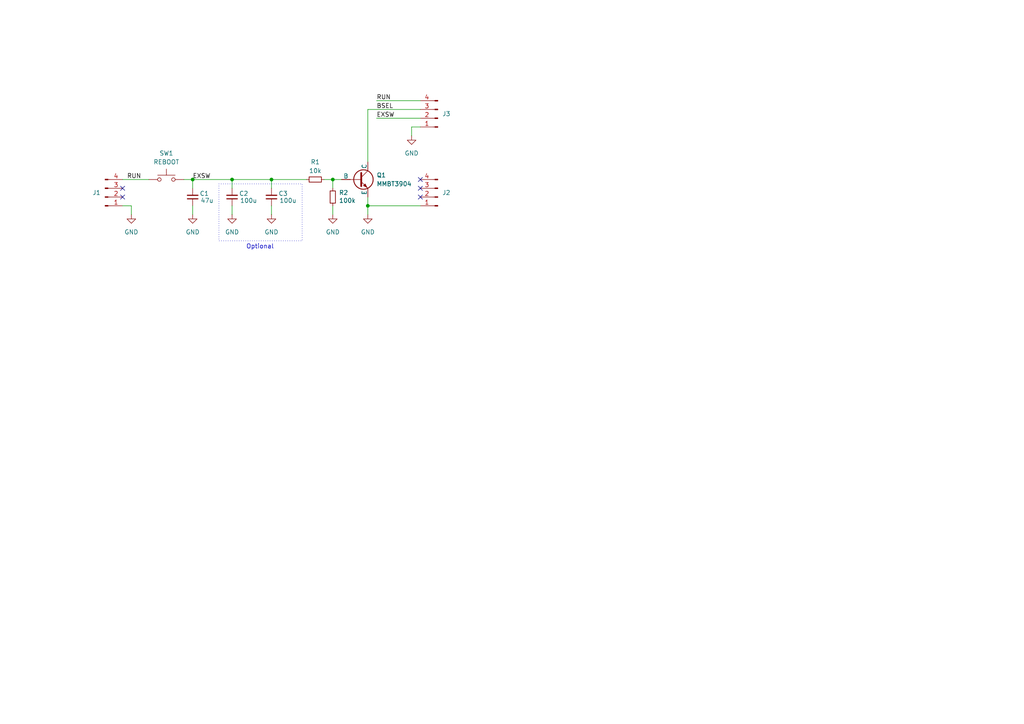
<source format=kicad_sch>
(kicad_sch
	(version 20231120)
	(generator "eeschema")
	(generator_version "8.0")
	(uuid "a13988d8-8082-423d-8a2d-245c1c892ca6")
	(paper "A4")
	(lib_symbols
		(symbol "Connector:Conn_01x04_Pin"
			(pin_names
				(offset 1.016) hide)
			(exclude_from_sim no)
			(in_bom yes)
			(on_board yes)
			(property "Reference" "J"
				(at 0 5.08 0)
				(effects
					(font
						(size 1.27 1.27)
					)
				)
			)
			(property "Value" "Conn_01x04_Pin"
				(at 0 -7.62 0)
				(effects
					(font
						(size 1.27 1.27)
					)
				)
			)
			(property "Footprint" ""
				(at 0 0 0)
				(effects
					(font
						(size 1.27 1.27)
					)
					(hide yes)
				)
			)
			(property "Datasheet" "~"
				(at 0 0 0)
				(effects
					(font
						(size 1.27 1.27)
					)
					(hide yes)
				)
			)
			(property "Description" "Generic connector, single row, 01x04, script generated"
				(at 0 0 0)
				(effects
					(font
						(size 1.27 1.27)
					)
					(hide yes)
				)
			)
			(property "ki_locked" ""
				(at 0 0 0)
				(effects
					(font
						(size 1.27 1.27)
					)
				)
			)
			(property "ki_keywords" "connector"
				(at 0 0 0)
				(effects
					(font
						(size 1.27 1.27)
					)
					(hide yes)
				)
			)
			(property "ki_fp_filters" "Connector*:*_1x??_*"
				(at 0 0 0)
				(effects
					(font
						(size 1.27 1.27)
					)
					(hide yes)
				)
			)
			(symbol "Conn_01x04_Pin_1_1"
				(polyline
					(pts
						(xy 1.27 -5.08) (xy 0.8636 -5.08)
					)
					(stroke
						(width 0.1524)
						(type default)
					)
					(fill
						(type none)
					)
				)
				(polyline
					(pts
						(xy 1.27 -2.54) (xy 0.8636 -2.54)
					)
					(stroke
						(width 0.1524)
						(type default)
					)
					(fill
						(type none)
					)
				)
				(polyline
					(pts
						(xy 1.27 0) (xy 0.8636 0)
					)
					(stroke
						(width 0.1524)
						(type default)
					)
					(fill
						(type none)
					)
				)
				(polyline
					(pts
						(xy 1.27 2.54) (xy 0.8636 2.54)
					)
					(stroke
						(width 0.1524)
						(type default)
					)
					(fill
						(type none)
					)
				)
				(rectangle
					(start 0.8636 -4.953)
					(end 0 -5.207)
					(stroke
						(width 0.1524)
						(type default)
					)
					(fill
						(type outline)
					)
				)
				(rectangle
					(start 0.8636 -2.413)
					(end 0 -2.667)
					(stroke
						(width 0.1524)
						(type default)
					)
					(fill
						(type outline)
					)
				)
				(rectangle
					(start 0.8636 0.127)
					(end 0 -0.127)
					(stroke
						(width 0.1524)
						(type default)
					)
					(fill
						(type outline)
					)
				)
				(rectangle
					(start 0.8636 2.667)
					(end 0 2.413)
					(stroke
						(width 0.1524)
						(type default)
					)
					(fill
						(type outline)
					)
				)
				(pin passive line
					(at 5.08 2.54 180)
					(length 3.81)
					(name "Pin_1"
						(effects
							(font
								(size 1.27 1.27)
							)
						)
					)
					(number "1"
						(effects
							(font
								(size 1.27 1.27)
							)
						)
					)
				)
				(pin passive line
					(at 5.08 0 180)
					(length 3.81)
					(name "Pin_2"
						(effects
							(font
								(size 1.27 1.27)
							)
						)
					)
					(number "2"
						(effects
							(font
								(size 1.27 1.27)
							)
						)
					)
				)
				(pin passive line
					(at 5.08 -2.54 180)
					(length 3.81)
					(name "Pin_3"
						(effects
							(font
								(size 1.27 1.27)
							)
						)
					)
					(number "3"
						(effects
							(font
								(size 1.27 1.27)
							)
						)
					)
				)
				(pin passive line
					(at 5.08 -5.08 180)
					(length 3.81)
					(name "Pin_4"
						(effects
							(font
								(size 1.27 1.27)
							)
						)
					)
					(number "4"
						(effects
							(font
								(size 1.27 1.27)
							)
						)
					)
				)
			)
		)
		(symbol "Device:C_Small"
			(pin_numbers hide)
			(pin_names
				(offset 0.254) hide)
			(exclude_from_sim no)
			(in_bom yes)
			(on_board yes)
			(property "Reference" "C"
				(at 0.254 1.778 0)
				(effects
					(font
						(size 1.27 1.27)
					)
					(justify left)
				)
			)
			(property "Value" "C_Small"
				(at 0.254 -2.032 0)
				(effects
					(font
						(size 1.27 1.27)
					)
					(justify left)
				)
			)
			(property "Footprint" ""
				(at 0 0 0)
				(effects
					(font
						(size 1.27 1.27)
					)
					(hide yes)
				)
			)
			(property "Datasheet" "~"
				(at 0 0 0)
				(effects
					(font
						(size 1.27 1.27)
					)
					(hide yes)
				)
			)
			(property "Description" "Unpolarized capacitor, small symbol"
				(at 0 0 0)
				(effects
					(font
						(size 1.27 1.27)
					)
					(hide yes)
				)
			)
			(property "ki_keywords" "capacitor cap"
				(at 0 0 0)
				(effects
					(font
						(size 1.27 1.27)
					)
					(hide yes)
				)
			)
			(property "ki_fp_filters" "C_*"
				(at 0 0 0)
				(effects
					(font
						(size 1.27 1.27)
					)
					(hide yes)
				)
			)
			(symbol "C_Small_0_1"
				(polyline
					(pts
						(xy -1.524 -0.508) (xy 1.524 -0.508)
					)
					(stroke
						(width 0.3302)
						(type default)
					)
					(fill
						(type none)
					)
				)
				(polyline
					(pts
						(xy -1.524 0.508) (xy 1.524 0.508)
					)
					(stroke
						(width 0.3048)
						(type default)
					)
					(fill
						(type none)
					)
				)
			)
			(symbol "C_Small_1_1"
				(pin passive line
					(at 0 2.54 270)
					(length 2.032)
					(name "~"
						(effects
							(font
								(size 1.27 1.27)
							)
						)
					)
					(number "1"
						(effects
							(font
								(size 1.27 1.27)
							)
						)
					)
				)
				(pin passive line
					(at 0 -2.54 90)
					(length 2.032)
					(name "~"
						(effects
							(font
								(size 1.27 1.27)
							)
						)
					)
					(number "2"
						(effects
							(font
								(size 1.27 1.27)
							)
						)
					)
				)
			)
		)
		(symbol "Device:R_Small"
			(pin_numbers hide)
			(pin_names
				(offset 0.254) hide)
			(exclude_from_sim no)
			(in_bom yes)
			(on_board yes)
			(property "Reference" "R"
				(at 0.762 0.508 0)
				(effects
					(font
						(size 1.27 1.27)
					)
					(justify left)
				)
			)
			(property "Value" "R_Small"
				(at 0.762 -1.016 0)
				(effects
					(font
						(size 1.27 1.27)
					)
					(justify left)
				)
			)
			(property "Footprint" ""
				(at 0 0 0)
				(effects
					(font
						(size 1.27 1.27)
					)
					(hide yes)
				)
			)
			(property "Datasheet" "~"
				(at 0 0 0)
				(effects
					(font
						(size 1.27 1.27)
					)
					(hide yes)
				)
			)
			(property "Description" "Resistor, small symbol"
				(at 0 0 0)
				(effects
					(font
						(size 1.27 1.27)
					)
					(hide yes)
				)
			)
			(property "ki_keywords" "R resistor"
				(at 0 0 0)
				(effects
					(font
						(size 1.27 1.27)
					)
					(hide yes)
				)
			)
			(property "ki_fp_filters" "R_*"
				(at 0 0 0)
				(effects
					(font
						(size 1.27 1.27)
					)
					(hide yes)
				)
			)
			(symbol "R_Small_0_1"
				(rectangle
					(start -0.762 1.778)
					(end 0.762 -1.778)
					(stroke
						(width 0.2032)
						(type default)
					)
					(fill
						(type none)
					)
				)
			)
			(symbol "R_Small_1_1"
				(pin passive line
					(at 0 2.54 270)
					(length 0.762)
					(name "~"
						(effects
							(font
								(size 1.27 1.27)
							)
						)
					)
					(number "1"
						(effects
							(font
								(size 1.27 1.27)
							)
						)
					)
				)
				(pin passive line
					(at 0 -2.54 90)
					(length 0.762)
					(name "~"
						(effects
							(font
								(size 1.27 1.27)
							)
						)
					)
					(number "2"
						(effects
							(font
								(size 1.27 1.27)
							)
						)
					)
				)
			)
		)
		(symbol "Simulation_SPICE:NPN"
			(pin_numbers hide)
			(pin_names
				(offset 0)
			)
			(exclude_from_sim no)
			(in_bom yes)
			(on_board yes)
			(property "Reference" "Q"
				(at -2.54 7.62 0)
				(effects
					(font
						(size 1.27 1.27)
					)
				)
			)
			(property "Value" "NPN"
				(at -2.54 5.08 0)
				(effects
					(font
						(size 1.27 1.27)
					)
				)
			)
			(property "Footprint" ""
				(at 63.5 0 0)
				(effects
					(font
						(size 1.27 1.27)
					)
					(hide yes)
				)
			)
			(property "Datasheet" "https://ngspice.sourceforge.io/docs/ngspice-html-manual/manual.xhtml#cha_BJTs"
				(at 63.5 0 0)
				(effects
					(font
						(size 1.27 1.27)
					)
					(hide yes)
				)
			)
			(property "Description" "Bipolar transistor symbol for simulation only, substrate tied to the emitter"
				(at 0 0 0)
				(effects
					(font
						(size 1.27 1.27)
					)
					(hide yes)
				)
			)
			(property "Sim.Device" "NPN"
				(at 0 0 0)
				(effects
					(font
						(size 1.27 1.27)
					)
					(hide yes)
				)
			)
			(property "Sim.Type" "GUMMELPOON"
				(at 0 0 0)
				(effects
					(font
						(size 1.27 1.27)
					)
					(hide yes)
				)
			)
			(property "Sim.Pins" "1=C 2=B 3=E"
				(at 0 0 0)
				(effects
					(font
						(size 1.27 1.27)
					)
					(hide yes)
				)
			)
			(property "ki_keywords" "simulation"
				(at 0 0 0)
				(effects
					(font
						(size 1.27 1.27)
					)
					(hide yes)
				)
			)
			(symbol "NPN_0_1"
				(polyline
					(pts
						(xy -2.54 0) (xy 0.635 0)
					)
					(stroke
						(width 0.1524)
						(type default)
					)
					(fill
						(type none)
					)
				)
				(polyline
					(pts
						(xy 0.635 0.635) (xy 2.54 2.54)
					)
					(stroke
						(width 0)
						(type default)
					)
					(fill
						(type none)
					)
				)
				(polyline
					(pts
						(xy 2.794 -1.27) (xy 2.794 -1.27)
					)
					(stroke
						(width 0.1524)
						(type default)
					)
					(fill
						(type none)
					)
				)
				(polyline
					(pts
						(xy 2.794 -1.27) (xy 2.794 -1.27)
					)
					(stroke
						(width 0.1524)
						(type default)
					)
					(fill
						(type none)
					)
				)
				(polyline
					(pts
						(xy 0.635 -0.635) (xy 2.54 -2.54) (xy 2.54 -2.54)
					)
					(stroke
						(width 0)
						(type default)
					)
					(fill
						(type none)
					)
				)
				(polyline
					(pts
						(xy 0.635 1.905) (xy 0.635 -1.905) (xy 0.635 -1.905)
					)
					(stroke
						(width 0.508)
						(type default)
					)
					(fill
						(type none)
					)
				)
				(polyline
					(pts
						(xy 1.27 -1.778) (xy 1.778 -1.27) (xy 2.286 -2.286) (xy 1.27 -1.778) (xy 1.27 -1.778)
					)
					(stroke
						(width 0)
						(type default)
					)
					(fill
						(type outline)
					)
				)
				(circle
					(center 1.27 0)
					(radius 2.8194)
					(stroke
						(width 0.254)
						(type default)
					)
					(fill
						(type none)
					)
				)
			)
			(symbol "NPN_1_1"
				(pin open_collector line
					(at 2.54 5.08 270)
					(length 2.54)
					(name "C"
						(effects
							(font
								(size 1.27 1.27)
							)
						)
					)
					(number "1"
						(effects
							(font
								(size 1.27 1.27)
							)
						)
					)
				)
				(pin input line
					(at -5.08 0 0)
					(length 2.54)
					(name "B"
						(effects
							(font
								(size 1.27 1.27)
							)
						)
					)
					(number "2"
						(effects
							(font
								(size 1.27 1.27)
							)
						)
					)
				)
				(pin open_emitter line
					(at 2.54 -5.08 90)
					(length 2.54)
					(name "E"
						(effects
							(font
								(size 1.27 1.27)
							)
						)
					)
					(number "3"
						(effects
							(font
								(size 1.27 1.27)
							)
						)
					)
				)
			)
		)
		(symbol "Switch:SW_Push"
			(pin_numbers hide)
			(pin_names
				(offset 1.016) hide)
			(exclude_from_sim no)
			(in_bom yes)
			(on_board yes)
			(property "Reference" "SW"
				(at 1.27 2.54 0)
				(effects
					(font
						(size 1.27 1.27)
					)
					(justify left)
				)
			)
			(property "Value" "SW_Push"
				(at 0 -1.524 0)
				(effects
					(font
						(size 1.27 1.27)
					)
				)
			)
			(property "Footprint" ""
				(at 0 5.08 0)
				(effects
					(font
						(size 1.27 1.27)
					)
					(hide yes)
				)
			)
			(property "Datasheet" "~"
				(at 0 5.08 0)
				(effects
					(font
						(size 1.27 1.27)
					)
					(hide yes)
				)
			)
			(property "Description" "Push button switch, generic, two pins"
				(at 0 0 0)
				(effects
					(font
						(size 1.27 1.27)
					)
					(hide yes)
				)
			)
			(property "ki_keywords" "switch normally-open pushbutton push-button"
				(at 0 0 0)
				(effects
					(font
						(size 1.27 1.27)
					)
					(hide yes)
				)
			)
			(symbol "SW_Push_0_1"
				(circle
					(center -2.032 0)
					(radius 0.508)
					(stroke
						(width 0)
						(type default)
					)
					(fill
						(type none)
					)
				)
				(polyline
					(pts
						(xy 0 1.27) (xy 0 3.048)
					)
					(stroke
						(width 0)
						(type default)
					)
					(fill
						(type none)
					)
				)
				(polyline
					(pts
						(xy 2.54 1.27) (xy -2.54 1.27)
					)
					(stroke
						(width 0)
						(type default)
					)
					(fill
						(type none)
					)
				)
				(circle
					(center 2.032 0)
					(radius 0.508)
					(stroke
						(width 0)
						(type default)
					)
					(fill
						(type none)
					)
				)
				(pin passive line
					(at -5.08 0 0)
					(length 2.54)
					(name "1"
						(effects
							(font
								(size 1.27 1.27)
							)
						)
					)
					(number "1"
						(effects
							(font
								(size 1.27 1.27)
							)
						)
					)
				)
				(pin passive line
					(at 5.08 0 180)
					(length 2.54)
					(name "2"
						(effects
							(font
								(size 1.27 1.27)
							)
						)
					)
					(number "2"
						(effects
							(font
								(size 1.27 1.27)
							)
						)
					)
				)
			)
		)
		(symbol "power:GND"
			(power)
			(pin_numbers hide)
			(pin_names
				(offset 0) hide)
			(exclude_from_sim no)
			(in_bom yes)
			(on_board yes)
			(property "Reference" "#PWR"
				(at 0 -6.35 0)
				(effects
					(font
						(size 1.27 1.27)
					)
					(hide yes)
				)
			)
			(property "Value" "GND"
				(at 0 -3.81 0)
				(effects
					(font
						(size 1.27 1.27)
					)
				)
			)
			(property "Footprint" ""
				(at 0 0 0)
				(effects
					(font
						(size 1.27 1.27)
					)
					(hide yes)
				)
			)
			(property "Datasheet" ""
				(at 0 0 0)
				(effects
					(font
						(size 1.27 1.27)
					)
					(hide yes)
				)
			)
			(property "Description" "Power symbol creates a global label with name \"GND\" , ground"
				(at 0 0 0)
				(effects
					(font
						(size 1.27 1.27)
					)
					(hide yes)
				)
			)
			(property "ki_keywords" "global power"
				(at 0 0 0)
				(effects
					(font
						(size 1.27 1.27)
					)
					(hide yes)
				)
			)
			(symbol "GND_0_1"
				(polyline
					(pts
						(xy 0 0) (xy 0 -1.27) (xy 1.27 -1.27) (xy 0 -2.54) (xy -1.27 -1.27) (xy 0 -1.27)
					)
					(stroke
						(width 0)
						(type default)
					)
					(fill
						(type none)
					)
				)
			)
			(symbol "GND_1_1"
				(pin power_in line
					(at 0 0 270)
					(length 0)
					(name "~"
						(effects
							(font
								(size 1.27 1.27)
							)
						)
					)
					(number "1"
						(effects
							(font
								(size 1.27 1.27)
							)
						)
					)
				)
			)
		)
	)
	(junction
		(at 106.68 59.69)
		(diameter 0)
		(color 0 0 0 0)
		(uuid "440fa530-b4ef-4e1e-808b-27a12ceb41bf")
	)
	(junction
		(at 55.88 52.07)
		(diameter 0)
		(color 0 0 0 0)
		(uuid "5989e63d-1c84-4c74-ad3b-69f5b88c5060")
	)
	(junction
		(at 78.74 52.07)
		(diameter 0)
		(color 0 0 0 0)
		(uuid "67592d6d-fa6c-42f7-9bca-7bedf10c046b")
	)
	(junction
		(at 67.31 52.07)
		(diameter 0)
		(color 0 0 0 0)
		(uuid "8b61e395-fe3c-4907-8318-d03e483d24b3")
	)
	(junction
		(at 96.52 52.07)
		(diameter 0)
		(color 0 0 0 0)
		(uuid "8bac0f98-09d0-41ce-85d0-c2687b06c54e")
	)
	(no_connect
		(at 121.92 57.15)
		(uuid "3c0aa11f-8698-46fa-b585-66adac236c0b")
	)
	(no_connect
		(at 35.56 54.61)
		(uuid "57a870cc-20c4-4e62-b4ed-f3f8494bf447")
	)
	(no_connect
		(at 121.92 54.61)
		(uuid "6417b274-6b0a-46d7-b609-f652ff1c9dcb")
	)
	(no_connect
		(at 121.92 52.07)
		(uuid "b5378c6c-1865-4010-869a-05f579964b7f")
	)
	(no_connect
		(at 35.56 57.15)
		(uuid "de48cb4d-f468-4ee1-86a9-8932d6fb2a9c")
	)
	(wire
		(pts
			(xy 67.31 52.07) (xy 78.74 52.07)
		)
		(stroke
			(width 0)
			(type default)
		)
		(uuid "161c5beb-b730-4537-9cb8-4874c42c9ae2")
	)
	(wire
		(pts
			(xy 106.68 59.69) (xy 106.68 62.23)
		)
		(stroke
			(width 0)
			(type default)
		)
		(uuid "1f8aba3d-13e6-427b-a3aa-b05c80b4163c")
	)
	(wire
		(pts
			(xy 119.38 36.83) (xy 121.92 36.83)
		)
		(stroke
			(width 0)
			(type default)
		)
		(uuid "28f390ea-3a1b-4f68-bd23-62cd3e1c637c")
	)
	(wire
		(pts
			(xy 35.56 59.69) (xy 38.1 59.69)
		)
		(stroke
			(width 0)
			(type default)
		)
		(uuid "2c6cf42f-df36-4316-8459-f7477abea05e")
	)
	(wire
		(pts
			(xy 96.52 52.07) (xy 96.52 54.61)
		)
		(stroke
			(width 0)
			(type default)
		)
		(uuid "32a64345-0709-4dc0-82df-89949c74438d")
	)
	(wire
		(pts
			(xy 106.68 59.69) (xy 121.92 59.69)
		)
		(stroke
			(width 0)
			(type default)
		)
		(uuid "356f4f03-778b-4f73-a40f-bb01f9bdd9f9")
	)
	(wire
		(pts
			(xy 55.88 52.07) (xy 55.88 54.61)
		)
		(stroke
			(width 0)
			(type default)
		)
		(uuid "42c6272b-de39-458c-8f13-47b8bd5f2c80")
	)
	(wire
		(pts
			(xy 78.74 52.07) (xy 88.9 52.07)
		)
		(stroke
			(width 0)
			(type default)
		)
		(uuid "48b924e6-6730-48c4-821e-9c8e361eb950")
	)
	(wire
		(pts
			(xy 55.88 59.69) (xy 55.88 62.23)
		)
		(stroke
			(width 0)
			(type default)
		)
		(uuid "5277c26b-ea1c-404f-b0e2-24b8fb623e7c")
	)
	(wire
		(pts
			(xy 93.98 52.07) (xy 96.52 52.07)
		)
		(stroke
			(width 0)
			(type default)
		)
		(uuid "551c5f27-1bbf-49a9-b9f2-48c6a151b5ea")
	)
	(wire
		(pts
			(xy 109.22 34.29) (xy 121.92 34.29)
		)
		(stroke
			(width 0)
			(type default)
		)
		(uuid "5a7397e1-7268-41c6-932d-39c7ef56dcbc")
	)
	(wire
		(pts
			(xy 119.38 39.37) (xy 119.38 36.83)
		)
		(stroke
			(width 0)
			(type default)
		)
		(uuid "775c3113-505e-437a-bf85-563b4066dccf")
	)
	(wire
		(pts
			(xy 35.56 52.07) (xy 43.18 52.07)
		)
		(stroke
			(width 0)
			(type default)
		)
		(uuid "7c47d8c0-66ed-46a1-aab4-b125e6e61c5a")
	)
	(wire
		(pts
			(xy 106.68 31.75) (xy 121.92 31.75)
		)
		(stroke
			(width 0)
			(type default)
		)
		(uuid "89e69cbe-4eca-454c-926b-e85d9cb39192")
	)
	(wire
		(pts
			(xy 109.22 29.21) (xy 121.92 29.21)
		)
		(stroke
			(width 0)
			(type default)
		)
		(uuid "90c92d59-852d-46f7-8838-7c364a412b46")
	)
	(wire
		(pts
			(xy 67.31 59.69) (xy 67.31 62.23)
		)
		(stroke
			(width 0)
			(type default)
		)
		(uuid "921160e2-85cb-428f-9a7d-612d64473c5c")
	)
	(wire
		(pts
			(xy 96.52 59.69) (xy 96.52 62.23)
		)
		(stroke
			(width 0)
			(type default)
		)
		(uuid "94e39552-3f49-404c-81ab-d227f5739949")
	)
	(wire
		(pts
			(xy 67.31 52.07) (xy 67.31 54.61)
		)
		(stroke
			(width 0)
			(type default)
		)
		(uuid "a95983b7-55b0-4c4a-8f17-4dd7551290fd")
	)
	(wire
		(pts
			(xy 55.88 52.07) (xy 67.31 52.07)
		)
		(stroke
			(width 0)
			(type default)
		)
		(uuid "ab0175ab-f74f-4ba0-b8d5-75514250dc81")
	)
	(wire
		(pts
			(xy 78.74 52.07) (xy 78.74 54.61)
		)
		(stroke
			(width 0)
			(type default)
		)
		(uuid "ac422b45-78db-4c3a-954a-5f5f3b470854")
	)
	(wire
		(pts
			(xy 38.1 59.69) (xy 38.1 62.23)
		)
		(stroke
			(width 0)
			(type default)
		)
		(uuid "b16fa90e-cb18-49de-b11b-6346d8c24c2b")
	)
	(wire
		(pts
			(xy 78.74 59.69) (xy 78.74 62.23)
		)
		(stroke
			(width 0)
			(type default)
		)
		(uuid "c4b7ee5d-5acb-491a-b05c-e7b42637417a")
	)
	(wire
		(pts
			(xy 96.52 52.07) (xy 99.06 52.07)
		)
		(stroke
			(width 0)
			(type default)
		)
		(uuid "eb3caf57-0e21-481e-88ad-7fa2b48608d1")
	)
	(wire
		(pts
			(xy 106.68 31.75) (xy 106.68 46.99)
		)
		(stroke
			(width 0)
			(type default)
		)
		(uuid "f15762b9-9b08-4c77-93ea-aa16d96cdf74")
	)
	(wire
		(pts
			(xy 53.34 52.07) (xy 55.88 52.07)
		)
		(stroke
			(width 0)
			(type default)
		)
		(uuid "f711adf3-73d6-48d9-9559-781b76f3a37d")
	)
	(wire
		(pts
			(xy 106.68 57.15) (xy 106.68 59.69)
		)
		(stroke
			(width 0)
			(type default)
		)
		(uuid "fe3f6dc4-4257-4d80-b6e1-75b72d767c19")
	)
	(rectangle
		(start 63.5 53.34)
		(end 87.63 69.85)
		(stroke
			(width 0)
			(type dot)
		)
		(fill
			(type none)
		)
		(uuid 084d64b1-96f9-4a4d-9a7d-c4cb76d3ec78)
	)
	(text "Optional"
		(exclude_from_sim no)
		(at 75.438 71.628 0)
		(effects
			(font
				(size 1.27 1.27)
			)
		)
		(uuid "ef085451-1a67-404b-ac8d-a17029b1465a")
	)
	(label "RUN"
		(at 36.83 52.07 0)
		(fields_autoplaced yes)
		(effects
			(font
				(size 1.27 1.27)
			)
			(justify left bottom)
		)
		(uuid "48688667-d85a-45ae-93bd-5619e5556367")
	)
	(label "RUN"
		(at 109.22 29.21 0)
		(fields_autoplaced yes)
		(effects
			(font
				(size 1.27 1.27)
			)
			(justify left bottom)
		)
		(uuid "4daad873-b8d6-4cc8-afa3-5c4950fa8da5")
	)
	(label "EXSW"
		(at 109.22 34.29 0)
		(fields_autoplaced yes)
		(effects
			(font
				(size 1.27 1.27)
			)
			(justify left bottom)
		)
		(uuid "6bf8b2e9-a17d-450d-95ac-6d5939eb8caf")
	)
	(label "BSEL"
		(at 109.22 31.75 0)
		(fields_autoplaced yes)
		(effects
			(font
				(size 1.27 1.27)
			)
			(justify left bottom)
		)
		(uuid "e010eb78-8269-4cdd-9a8c-6c9d48368521")
	)
	(label "EXSW"
		(at 55.88 52.07 0)
		(fields_autoplaced yes)
		(effects
			(font
				(size 1.27 1.27)
			)
			(justify left bottom)
		)
		(uuid "eaf35f71-3ccf-48e4-93fd-db5a3c6be8f4")
	)
	(symbol
		(lib_id "Connector:Conn_01x04_Pin")
		(at 127 34.29 180)
		(unit 1)
		(exclude_from_sim no)
		(in_bom yes)
		(on_board yes)
		(dnp no)
		(uuid "0f988490-630a-4b75-8d6d-527d02e34514")
		(property "Reference" "J3"
			(at 128.27 33.0199 0)
			(effects
				(font
					(size 1.27 1.27)
				)
				(justify right)
			)
		)
		(property "Value" "~"
			(at 128.27 34.2899 0)
			(effects
				(font
					(size 1.27 1.27)
				)
				(justify right)
				(hide yes)
			)
		)
		(property "Footprint" "Connector_PinHeader_2.54mm:PinHeader_1x04_P2.54mm_Vertical"
			(at 127 34.29 0)
			(effects
				(font
					(size 1.27 1.27)
				)
				(hide yes)
			)
		)
		(property "Datasheet" "~"
			(at 127 34.29 0)
			(effects
				(font
					(size 1.27 1.27)
				)
				(hide yes)
			)
		)
		(property "Description" "Generic connector, single row, 01x04, script generated"
			(at 127 34.29 0)
			(effects
				(font
					(size 1.27 1.27)
				)
				(hide yes)
			)
		)
		(pin "1"
			(uuid "ecdf99c5-6444-4c8e-965b-6a639350e6bb")
		)
		(pin "4"
			(uuid "b4a4c21a-4db4-4483-b9fe-dea460820c83")
		)
		(pin "3"
			(uuid "367d806b-23fe-4285-be3b-f5a9929c7c95")
		)
		(pin "2"
			(uuid "1c3f682d-1639-451a-8c60-f2dbef8eadac")
		)
		(instances
			(project "pico_program_button"
				(path "/a13988d8-8082-423d-8a2d-245c1c892ca6"
					(reference "J3")
					(unit 1)
				)
			)
		)
	)
	(symbol
		(lib_id "power:GND")
		(at 106.68 62.23 0)
		(unit 1)
		(exclude_from_sim no)
		(in_bom yes)
		(on_board yes)
		(dnp no)
		(fields_autoplaced yes)
		(uuid "12482a12-7410-476b-8a5e-bd6fd0d3bd10")
		(property "Reference" "#PWR05"
			(at 106.68 68.58 0)
			(effects
				(font
					(size 1.27 1.27)
				)
				(hide yes)
			)
		)
		(property "Value" "GND"
			(at 106.68 67.31 0)
			(effects
				(font
					(size 1.27 1.27)
				)
			)
		)
		(property "Footprint" ""
			(at 106.68 62.23 0)
			(effects
				(font
					(size 1.27 1.27)
				)
				(hide yes)
			)
		)
		(property "Datasheet" ""
			(at 106.68 62.23 0)
			(effects
				(font
					(size 1.27 1.27)
				)
				(hide yes)
			)
		)
		(property "Description" "Power symbol creates a global label with name \"GND\" , ground"
			(at 106.68 62.23 0)
			(effects
				(font
					(size 1.27 1.27)
				)
				(hide yes)
			)
		)
		(pin "1"
			(uuid "63ded9b5-8c5a-4d7b-98a9-5c001347a3d1")
		)
		(instances
			(project "pico_program_button"
				(path "/a13988d8-8082-423d-8a2d-245c1c892ca6"
					(reference "#PWR05")
					(unit 1)
				)
			)
		)
	)
	(symbol
		(lib_id "Device:R_Small")
		(at 96.52 57.15 180)
		(unit 1)
		(exclude_from_sim no)
		(in_bom yes)
		(on_board yes)
		(dnp no)
		(uuid "33c07d32-8978-451f-b8dc-ceda3e65569f")
		(property "Reference" "R2"
			(at 98.298 55.88 0)
			(effects
				(font
					(size 1.27 1.27)
				)
				(justify right)
			)
		)
		(property "Value" "100k"
			(at 98.298 58.166 0)
			(effects
				(font
					(size 1.27 1.27)
				)
				(justify right)
			)
		)
		(property "Footprint" "Resistor_SMD:R_0805_2012Metric"
			(at 96.52 57.15 0)
			(effects
				(font
					(size 1.27 1.27)
				)
				(hide yes)
			)
		)
		(property "Datasheet" "~"
			(at 96.52 57.15 0)
			(effects
				(font
					(size 1.27 1.27)
				)
				(hide yes)
			)
		)
		(property "Description" "Resistor, small symbol"
			(at 96.52 57.15 0)
			(effects
				(font
					(size 1.27 1.27)
				)
				(hide yes)
			)
		)
		(property "LCSC" "C149504"
			(at 96.52 57.15 0)
			(effects
				(font
					(size 1.27 1.27)
				)
				(hide yes)
			)
		)
		(pin "1"
			(uuid "b329b6ee-2ce3-45d4-a2f5-32513dc32352")
		)
		(pin "2"
			(uuid "f1481967-ffb7-4231-9751-65c8a74be0c7")
		)
		(instances
			(project "pico_program_button"
				(path "/a13988d8-8082-423d-8a2d-245c1c892ca6"
					(reference "R2")
					(unit 1)
				)
			)
		)
	)
	(symbol
		(lib_id "power:GND")
		(at 67.31 62.23 0)
		(unit 1)
		(exclude_from_sim no)
		(in_bom yes)
		(on_board yes)
		(dnp no)
		(fields_autoplaced yes)
		(uuid "469c43f2-a122-41ba-869e-b8193b2c3cb1")
		(property "Reference" "#PWR06"
			(at 67.31 68.58 0)
			(effects
				(font
					(size 1.27 1.27)
				)
				(hide yes)
			)
		)
		(property "Value" "GND"
			(at 67.31 67.31 0)
			(effects
				(font
					(size 1.27 1.27)
				)
			)
		)
		(property "Footprint" ""
			(at 67.31 62.23 0)
			(effects
				(font
					(size 1.27 1.27)
				)
				(hide yes)
			)
		)
		(property "Datasheet" ""
			(at 67.31 62.23 0)
			(effects
				(font
					(size 1.27 1.27)
				)
				(hide yes)
			)
		)
		(property "Description" "Power symbol creates a global label with name \"GND\" , ground"
			(at 67.31 62.23 0)
			(effects
				(font
					(size 1.27 1.27)
				)
				(hide yes)
			)
		)
		(pin "1"
			(uuid "dd583975-da57-4b48-92ac-0dbe777ab14a")
		)
		(instances
			(project "pico_program_button"
				(path "/a13988d8-8082-423d-8a2d-245c1c892ca6"
					(reference "#PWR06")
					(unit 1)
				)
			)
		)
	)
	(symbol
		(lib_id "Device:R_Small")
		(at 91.44 52.07 90)
		(unit 1)
		(exclude_from_sim no)
		(in_bom yes)
		(on_board yes)
		(dnp no)
		(fields_autoplaced yes)
		(uuid "4df1f25f-b1b2-4518-848e-213fbe71e55c")
		(property "Reference" "R1"
			(at 91.44 46.99 90)
			(effects
				(font
					(size 1.27 1.27)
				)
			)
		)
		(property "Value" "10k"
			(at 91.44 49.53 90)
			(effects
				(font
					(size 1.27 1.27)
				)
			)
		)
		(property "Footprint" "Resistor_SMD:R_0805_2012Metric"
			(at 91.44 52.07 0)
			(effects
				(font
					(size 1.27 1.27)
				)
				(hide yes)
			)
		)
		(property "Datasheet" "~"
			(at 91.44 52.07 0)
			(effects
				(font
					(size 1.27 1.27)
				)
				(hide yes)
			)
		)
		(property "Description" "Resistor, small symbol"
			(at 91.44 52.07 0)
			(effects
				(font
					(size 1.27 1.27)
				)
				(hide yes)
			)
		)
		(property "LCSC" "C17414"
			(at 91.44 52.07 0)
			(effects
				(font
					(size 1.27 1.27)
				)
				(hide yes)
			)
		)
		(pin "1"
			(uuid "e0ad6892-8eed-4c41-909d-4955f52610ae")
		)
		(pin "2"
			(uuid "953ac6eb-3915-494b-87eb-dc367d5f449f")
		)
		(instances
			(project ""
				(path "/a13988d8-8082-423d-8a2d-245c1c892ca6"
					(reference "R1")
					(unit 1)
				)
			)
		)
	)
	(symbol
		(lib_id "Switch:SW_Push")
		(at 48.26 52.07 0)
		(unit 1)
		(exclude_from_sim no)
		(in_bom yes)
		(on_board yes)
		(dnp no)
		(fields_autoplaced yes)
		(uuid "5b76ce36-31fe-4ec2-a994-9c6dd8427f34")
		(property "Reference" "SW1"
			(at 48.26 44.45 0)
			(effects
				(font
					(size 1.27 1.27)
				)
			)
		)
		(property "Value" "REBOOT"
			(at 48.26 46.99 0)
			(effects
				(font
					(size 1.27 1.27)
				)
			)
		)
		(property "Footprint" "Button_Switch_SMD:SW_Push_1P1T_XKB_TS-1187A"
			(at 48.26 46.99 0)
			(effects
				(font
					(size 1.27 1.27)
				)
				(hide yes)
			)
		)
		(property "Datasheet" "~"
			(at 48.26 46.99 0)
			(effects
				(font
					(size 1.27 1.27)
				)
				(hide yes)
			)
		)
		(property "Description" "Push button switch, generic, two pins"
			(at 48.26 52.07 0)
			(effects
				(font
					(size 1.27 1.27)
				)
				(hide yes)
			)
		)
		(property "LCSC" "C318884"
			(at 48.26 52.07 0)
			(effects
				(font
					(size 1.27 1.27)
				)
				(hide yes)
			)
		)
		(pin "2"
			(uuid "5fad1be0-cbd5-470c-847b-52bfbb8f9029")
		)
		(pin "1"
			(uuid "c766f15a-dd8a-4bcb-a678-7e9fea25159d")
		)
		(instances
			(project ""
				(path "/a13988d8-8082-423d-8a2d-245c1c892ca6"
					(reference "SW1")
					(unit 1)
				)
			)
		)
	)
	(symbol
		(lib_id "power:GND")
		(at 38.1 62.23 0)
		(unit 1)
		(exclude_from_sim no)
		(in_bom yes)
		(on_board yes)
		(dnp no)
		(fields_autoplaced yes)
		(uuid "5d73f396-9e68-4ea3-a6ad-7ebdb0937b60")
		(property "Reference" "#PWR01"
			(at 38.1 68.58 0)
			(effects
				(font
					(size 1.27 1.27)
				)
				(hide yes)
			)
		)
		(property "Value" "GND"
			(at 38.1 67.31 0)
			(effects
				(font
					(size 1.27 1.27)
				)
			)
		)
		(property "Footprint" ""
			(at 38.1 62.23 0)
			(effects
				(font
					(size 1.27 1.27)
				)
				(hide yes)
			)
		)
		(property "Datasheet" ""
			(at 38.1 62.23 0)
			(effects
				(font
					(size 1.27 1.27)
				)
				(hide yes)
			)
		)
		(property "Description" "Power symbol creates a global label with name \"GND\" , ground"
			(at 38.1 62.23 0)
			(effects
				(font
					(size 1.27 1.27)
				)
				(hide yes)
			)
		)
		(pin "1"
			(uuid "0d51372f-762d-44ad-838b-4cc05667e45f")
		)
		(instances
			(project ""
				(path "/a13988d8-8082-423d-8a2d-245c1c892ca6"
					(reference "#PWR01")
					(unit 1)
				)
			)
		)
	)
	(symbol
		(lib_id "Simulation_SPICE:NPN")
		(at 104.14 52.07 0)
		(unit 1)
		(exclude_from_sim no)
		(in_bom yes)
		(on_board yes)
		(dnp no)
		(fields_autoplaced yes)
		(uuid "62b821c6-4988-4a64-8096-8135e7a42c1f")
		(property "Reference" "Q1"
			(at 109.22 50.7999 0)
			(effects
				(font
					(size 1.27 1.27)
				)
				(justify left)
			)
		)
		(property "Value" "MMBT3904"
			(at 109.22 53.3399 0)
			(effects
				(font
					(size 1.27 1.27)
				)
				(justify left)
			)
		)
		(property "Footprint" "Package_TO_SOT_SMD:SOT-23-3"
			(at 167.64 52.07 0)
			(effects
				(font
					(size 1.27 1.27)
				)
				(hide yes)
			)
		)
		(property "Datasheet" "https://ngspice.sourceforge.io/docs/ngspice-html-manual/manual.xhtml#cha_BJTs"
			(at 167.64 52.07 0)
			(effects
				(font
					(size 1.27 1.27)
				)
				(hide yes)
			)
		)
		(property "Description" "Bipolar transistor symbol for simulation only, substrate tied to the emitter"
			(at 104.14 52.07 0)
			(effects
				(font
					(size 1.27 1.27)
				)
				(hide yes)
			)
		)
		(property "Sim.Device" "NPN"
			(at 104.14 52.07 0)
			(effects
				(font
					(size 1.27 1.27)
				)
				(hide yes)
			)
		)
		(property "Sim.Type" "GUMMELPOON"
			(at 104.14 52.07 0)
			(effects
				(font
					(size 1.27 1.27)
				)
				(hide yes)
			)
		)
		(property "Sim.Pins" "1=C 2=B 3=E"
			(at 104.14 52.07 0)
			(effects
				(font
					(size 1.27 1.27)
				)
				(hide yes)
			)
		)
		(property "LCSC" "C20526"
			(at 104.14 52.07 0)
			(effects
				(font
					(size 1.27 1.27)
				)
				(hide yes)
			)
		)
		(pin "2"
			(uuid "641fe9cc-fc62-46eb-a175-b8d3310c24ff")
		)
		(pin "3"
			(uuid "49172f83-0e44-4496-9a18-dca67aa636a5")
		)
		(pin "1"
			(uuid "fd3ebf74-fcc0-48bc-bc14-6b5da3e65d7f")
		)
		(instances
			(project ""
				(path "/a13988d8-8082-423d-8a2d-245c1c892ca6"
					(reference "Q1")
					(unit 1)
				)
			)
		)
	)
	(symbol
		(lib_id "power:GND")
		(at 78.74 62.23 0)
		(unit 1)
		(exclude_from_sim no)
		(in_bom yes)
		(on_board yes)
		(dnp no)
		(fields_autoplaced yes)
		(uuid "72718334-d5b1-4f14-98ed-c274ccd2fa7a")
		(property "Reference" "#PWR07"
			(at 78.74 68.58 0)
			(effects
				(font
					(size 1.27 1.27)
				)
				(hide yes)
			)
		)
		(property "Value" "GND"
			(at 78.74 67.31 0)
			(effects
				(font
					(size 1.27 1.27)
				)
			)
		)
		(property "Footprint" ""
			(at 78.74 62.23 0)
			(effects
				(font
					(size 1.27 1.27)
				)
				(hide yes)
			)
		)
		(property "Datasheet" ""
			(at 78.74 62.23 0)
			(effects
				(font
					(size 1.27 1.27)
				)
				(hide yes)
			)
		)
		(property "Description" "Power symbol creates a global label with name \"GND\" , ground"
			(at 78.74 62.23 0)
			(effects
				(font
					(size 1.27 1.27)
				)
				(hide yes)
			)
		)
		(pin "1"
			(uuid "4701f346-42a6-461f-8c13-dcdcc6ca9913")
		)
		(instances
			(project "pico_program_button"
				(path "/a13988d8-8082-423d-8a2d-245c1c892ca6"
					(reference "#PWR07")
					(unit 1)
				)
			)
		)
	)
	(symbol
		(lib_id "Device:C_Small")
		(at 67.31 57.15 0)
		(mirror x)
		(unit 1)
		(exclude_from_sim no)
		(in_bom yes)
		(on_board yes)
		(dnp no)
		(uuid "7fd57df7-08af-4d3e-ad7c-3508e05f9bd2")
		(property "Reference" "C2"
			(at 69.342 56.134 0)
			(effects
				(font
					(size 1.27 1.27)
				)
				(justify left)
			)
		)
		(property "Value" "100u"
			(at 69.596 58.166 0)
			(effects
				(font
					(size 1.27 1.27)
				)
				(justify left)
			)
		)
		(property "Footprint" "Capacitor_SMD:C_1206_3216Metric"
			(at 67.31 57.15 0)
			(effects
				(font
					(size 1.27 1.27)
				)
				(hide yes)
			)
		)
		(property "Datasheet" "~"
			(at 67.31 57.15 0)
			(effects
				(font
					(size 1.27 1.27)
				)
				(hide yes)
			)
		)
		(property "Description" "Unpolarized capacitor, small symbol"
			(at 67.31 57.15 0)
			(effects
				(font
					(size 1.27 1.27)
				)
				(hide yes)
			)
		)
		(property "LCSC" "C96123"
			(at 67.31 57.15 0)
			(effects
				(font
					(size 1.27 1.27)
				)
				(hide yes)
			)
		)
		(pin "1"
			(uuid "203cc161-7b08-477f-84ea-0df2f461b42d")
		)
		(pin "2"
			(uuid "f420fe32-fe81-4965-b788-f72636354546")
		)
		(instances
			(project "pico_program_button"
				(path "/a13988d8-8082-423d-8a2d-245c1c892ca6"
					(reference "C2")
					(unit 1)
				)
			)
		)
	)
	(symbol
		(lib_id "Connector:Conn_01x04_Pin")
		(at 127 57.15 180)
		(unit 1)
		(exclude_from_sim no)
		(in_bom yes)
		(on_board yes)
		(dnp no)
		(uuid "90e77a03-dfbc-454b-ba8a-9a8a4049e871")
		(property "Reference" "J2"
			(at 128.27 55.8799 0)
			(effects
				(font
					(size 1.27 1.27)
				)
				(justify right)
			)
		)
		(property "Value" "~"
			(at 128.27 57.1499 0)
			(effects
				(font
					(size 1.27 1.27)
				)
				(justify right)
				(hide yes)
			)
		)
		(property "Footprint" "Connector_PinHeader_2.54mm:PinHeader_1x04_P2.54mm_Vertical"
			(at 127 57.15 0)
			(effects
				(font
					(size 1.27 1.27)
				)
				(hide yes)
			)
		)
		(property "Datasheet" "~"
			(at 127 57.15 0)
			(effects
				(font
					(size 1.27 1.27)
				)
				(hide yes)
			)
		)
		(property "Description" "Generic connector, single row, 01x04, script generated"
			(at 127 57.15 0)
			(effects
				(font
					(size 1.27 1.27)
				)
				(hide yes)
			)
		)
		(pin "1"
			(uuid "80b0c6ff-e416-40df-8345-f103803a89f1")
		)
		(pin "4"
			(uuid "1f7f3f62-1f3b-4073-9736-66796068c98a")
		)
		(pin "3"
			(uuid "c858988f-174e-4cbf-a17b-ef62b4673529")
		)
		(pin "2"
			(uuid "35c30bf5-65da-4669-9bb0-77701d5deb3f")
		)
		(instances
			(project "pico_program_button"
				(path "/a13988d8-8082-423d-8a2d-245c1c892ca6"
					(reference "J2")
					(unit 1)
				)
			)
		)
	)
	(symbol
		(lib_id "Device:C_Small")
		(at 78.74 57.15 0)
		(mirror x)
		(unit 1)
		(exclude_from_sim no)
		(in_bom yes)
		(on_board yes)
		(dnp no)
		(uuid "a7ce6bac-f455-4995-835a-b35626fd5059")
		(property "Reference" "C3"
			(at 80.772 56.134 0)
			(effects
				(font
					(size 1.27 1.27)
				)
				(justify left)
			)
		)
		(property "Value" "100u"
			(at 81.026 58.166 0)
			(effects
				(font
					(size 1.27 1.27)
				)
				(justify left)
			)
		)
		(property "Footprint" "Capacitor_SMD:C_1206_3216Metric"
			(at 78.74 57.15 0)
			(effects
				(font
					(size 1.27 1.27)
				)
				(hide yes)
			)
		)
		(property "Datasheet" "~"
			(at 78.74 57.15 0)
			(effects
				(font
					(size 1.27 1.27)
				)
				(hide yes)
			)
		)
		(property "Description" "Unpolarized capacitor, small symbol"
			(at 78.74 57.15 0)
			(effects
				(font
					(size 1.27 1.27)
				)
				(hide yes)
			)
		)
		(property "LCSC" "C96123"
			(at 78.74 57.15 0)
			(effects
				(font
					(size 1.27 1.27)
				)
				(hide yes)
			)
		)
		(pin "1"
			(uuid "495ae448-cb20-4556-8ba0-e72066ebeea5")
		)
		(pin "2"
			(uuid "eb654bcb-66e2-4c30-af2e-12fafa0220bd")
		)
		(instances
			(project "pico_program_button"
				(path "/a13988d8-8082-423d-8a2d-245c1c892ca6"
					(reference "C3")
					(unit 1)
				)
			)
		)
	)
	(symbol
		(lib_id "Device:C_Small")
		(at 55.88 57.15 0)
		(mirror x)
		(unit 1)
		(exclude_from_sim no)
		(in_bom yes)
		(on_board yes)
		(dnp no)
		(uuid "aae5b698-536e-4b52-8b31-c7e7f9390ce3")
		(property "Reference" "C1"
			(at 57.912 56.134 0)
			(effects
				(font
					(size 1.27 1.27)
				)
				(justify left)
			)
		)
		(property "Value" "47u"
			(at 58.166 58.166 0)
			(effects
				(font
					(size 1.27 1.27)
				)
				(justify left)
			)
		)
		(property "Footprint" "Capacitor_SMD:C_1206_3216Metric"
			(at 55.88 57.15 0)
			(effects
				(font
					(size 1.27 1.27)
				)
				(hide yes)
			)
		)
		(property "Datasheet" "~"
			(at 55.88 57.15 0)
			(effects
				(font
					(size 1.27 1.27)
				)
				(hide yes)
			)
		)
		(property "Description" "Unpolarized capacitor, small symbol"
			(at 55.88 57.15 0)
			(effects
				(font
					(size 1.27 1.27)
				)
				(hide yes)
			)
		)
		(property "LCSC" "C96123"
			(at 55.88 57.15 0)
			(effects
				(font
					(size 1.27 1.27)
				)
				(hide yes)
			)
		)
		(pin "1"
			(uuid "6ed64c64-6724-4656-afbb-5de00bffe489")
		)
		(pin "2"
			(uuid "5c6060be-7ff2-4d0b-8e81-1cc4baea2d77")
		)
		(instances
			(project ""
				(path "/a13988d8-8082-423d-8a2d-245c1c892ca6"
					(reference "C1")
					(unit 1)
				)
			)
		)
	)
	(symbol
		(lib_id "Connector:Conn_01x04_Pin")
		(at 30.48 57.15 0)
		(mirror x)
		(unit 1)
		(exclude_from_sim no)
		(in_bom yes)
		(on_board yes)
		(dnp no)
		(fields_autoplaced yes)
		(uuid "e80ee028-a86f-4c17-b2e0-ebc7ee89c653")
		(property "Reference" "J1"
			(at 29.21 55.8799 0)
			(effects
				(font
					(size 1.27 1.27)
				)
				(justify right)
			)
		)
		(property "Value" "~"
			(at 29.21 57.1499 0)
			(effects
				(font
					(size 1.27 1.27)
				)
				(justify right)
				(hide yes)
			)
		)
		(property "Footprint" "Connector_PinHeader_2.54mm:PinHeader_1x04_P2.54mm_Vertical"
			(at 30.48 57.15 0)
			(effects
				(font
					(size 1.27 1.27)
				)
				(hide yes)
			)
		)
		(property "Datasheet" "~"
			(at 30.48 57.15 0)
			(effects
				(font
					(size 1.27 1.27)
				)
				(hide yes)
			)
		)
		(property "Description" "Generic connector, single row, 01x04, script generated"
			(at 30.48 57.15 0)
			(effects
				(font
					(size 1.27 1.27)
				)
				(hide yes)
			)
		)
		(pin "1"
			(uuid "71cb0b19-c688-4c64-acb1-e1a2a31155d8")
		)
		(pin "4"
			(uuid "a302a227-b350-4d2b-a7df-ed22057db7af")
		)
		(pin "3"
			(uuid "38fe7648-2536-4073-a1b0-30c9c708ecdb")
		)
		(pin "2"
			(uuid "314b44e1-1057-4461-928e-94ee34f5efc2")
		)
		(instances
			(project ""
				(path "/a13988d8-8082-423d-8a2d-245c1c892ca6"
					(reference "J1")
					(unit 1)
				)
			)
		)
	)
	(symbol
		(lib_id "power:GND")
		(at 96.52 62.23 0)
		(unit 1)
		(exclude_from_sim no)
		(in_bom yes)
		(on_board yes)
		(dnp no)
		(fields_autoplaced yes)
		(uuid "f467cff0-eb31-46cf-a09d-eb1aec3917d1")
		(property "Reference" "#PWR04"
			(at 96.52 68.58 0)
			(effects
				(font
					(size 1.27 1.27)
				)
				(hide yes)
			)
		)
		(property "Value" "GND"
			(at 96.52 67.31 0)
			(effects
				(font
					(size 1.27 1.27)
				)
			)
		)
		(property "Footprint" ""
			(at 96.52 62.23 0)
			(effects
				(font
					(size 1.27 1.27)
				)
				(hide yes)
			)
		)
		(property "Datasheet" ""
			(at 96.52 62.23 0)
			(effects
				(font
					(size 1.27 1.27)
				)
				(hide yes)
			)
		)
		(property "Description" "Power symbol creates a global label with name \"GND\" , ground"
			(at 96.52 62.23 0)
			(effects
				(font
					(size 1.27 1.27)
				)
				(hide yes)
			)
		)
		(pin "1"
			(uuid "9d109c59-7d31-410f-ab00-7cdffc8407fe")
		)
		(instances
			(project "pico_program_button"
				(path "/a13988d8-8082-423d-8a2d-245c1c892ca6"
					(reference "#PWR04")
					(unit 1)
				)
			)
		)
	)
	(symbol
		(lib_id "power:GND")
		(at 55.88 62.23 0)
		(unit 1)
		(exclude_from_sim no)
		(in_bom yes)
		(on_board yes)
		(dnp no)
		(fields_autoplaced yes)
		(uuid "f7e4e65f-ce21-4d5a-8a8e-2dcdd68ec5f0")
		(property "Reference" "#PWR03"
			(at 55.88 68.58 0)
			(effects
				(font
					(size 1.27 1.27)
				)
				(hide yes)
			)
		)
		(property "Value" "GND"
			(at 55.88 67.31 0)
			(effects
				(font
					(size 1.27 1.27)
				)
			)
		)
		(property "Footprint" ""
			(at 55.88 62.23 0)
			(effects
				(font
					(size 1.27 1.27)
				)
				(hide yes)
			)
		)
		(property "Datasheet" ""
			(at 55.88 62.23 0)
			(effects
				(font
					(size 1.27 1.27)
				)
				(hide yes)
			)
		)
		(property "Description" "Power symbol creates a global label with name \"GND\" , ground"
			(at 55.88 62.23 0)
			(effects
				(font
					(size 1.27 1.27)
				)
				(hide yes)
			)
		)
		(pin "1"
			(uuid "4c08d309-006b-4ca0-8cf6-10382cbe6790")
		)
		(instances
			(project "pico_program_button"
				(path "/a13988d8-8082-423d-8a2d-245c1c892ca6"
					(reference "#PWR03")
					(unit 1)
				)
			)
		)
	)
	(symbol
		(lib_id "power:GND")
		(at 119.38 39.37 0)
		(unit 1)
		(exclude_from_sim no)
		(in_bom yes)
		(on_board yes)
		(dnp no)
		(fields_autoplaced yes)
		(uuid "f99c6d8d-c832-46a2-b174-2d4fe2e2bcb9")
		(property "Reference" "#PWR02"
			(at 119.38 45.72 0)
			(effects
				(font
					(size 1.27 1.27)
				)
				(hide yes)
			)
		)
		(property "Value" "GND"
			(at 119.38 44.45 0)
			(effects
				(font
					(size 1.27 1.27)
				)
			)
		)
		(property "Footprint" ""
			(at 119.38 39.37 0)
			(effects
				(font
					(size 1.27 1.27)
				)
				(hide yes)
			)
		)
		(property "Datasheet" ""
			(at 119.38 39.37 0)
			(effects
				(font
					(size 1.27 1.27)
				)
				(hide yes)
			)
		)
		(property "Description" "Power symbol creates a global label with name \"GND\" , ground"
			(at 119.38 39.37 0)
			(effects
				(font
					(size 1.27 1.27)
				)
				(hide yes)
			)
		)
		(pin "1"
			(uuid "7814c34a-e7c8-4566-8fcd-fe60fd271fa7")
		)
		(instances
			(project "pico_program_button"
				(path "/a13988d8-8082-423d-8a2d-245c1c892ca6"
					(reference "#PWR02")
					(unit 1)
				)
			)
		)
	)
	(sheet_instances
		(path "/"
			(page "1")
		)
	)
)

</source>
